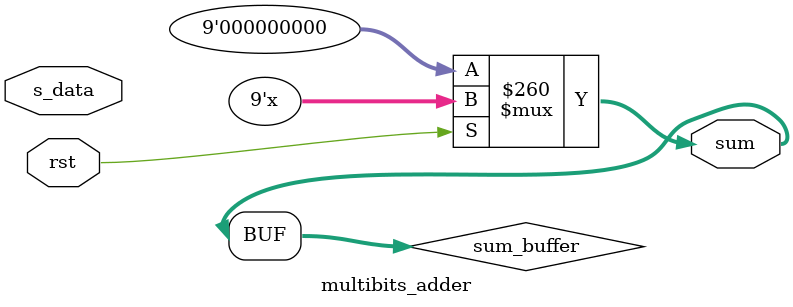
<source format=v>


`timescale 1ns/1ps

module multibits_adder(rst, s_data, sum);

//Define parameters:
parameter s_length = 256;
parameter sum_bits = 9;

//Define pins:
input rst;
input [s_length-1:0] s_data;
output wire [sum_bits-1:0] sum;


//Define signals:
reg [sum_bits-1:0] sum_buffer;
assign sum = sum_buffer;

integer i;

//Edit code:
always @(*)
begin

if(!rst) begin
sum_buffer = 0;
end
else begin
for(i=0; i<s_length-1; i=i+1)

sum_buffer = sum_buffer + s_data[i];

end

end


endmodule


</source>
